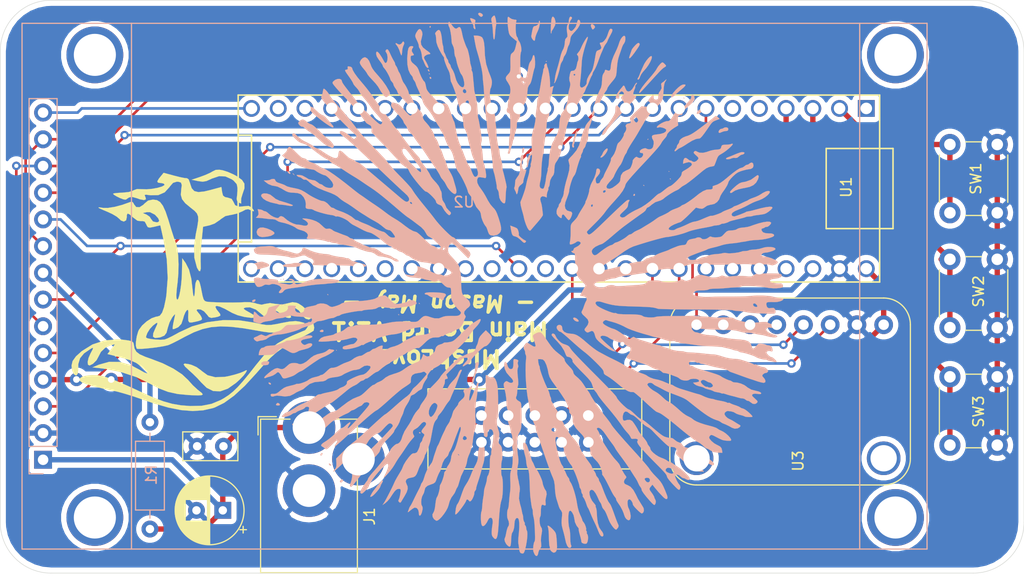
<source format=kicad_pcb>
(kicad_pcb (version 20171130) (host pcbnew "(5.1.6)-1")
  (layers (0 F.Cu signal) (31 B.Cu signal) (34 B.Paste user) (35 F.Paste user) (36 B.SilkS user) (37 F.SilkS user) (38 B.Mask user) (39 F.Mask user) (44 Edge.Cuts user))
  (net 0 "")
  (net 1 GND)
  (net 2 +5V)
  (net 3 "Net-(J1-Pad3)")
  (net 4 "Net-(J2-Pad9)")
  (net 5 SCL)
  (net 6 SDA)
  (net 7 "Net-(U1-Pad17)")
  (net 8 "Net-(U1-Pad18)")
  (net 9 "Net-(U1-Pad19)")
  (net 10 "Net-(U1-Pad16)")
  (net 11 "Net-(U1-Pad15)")
  (net 12 "Net-(U1-Pad22)")
  (net 13 "Net-(U1-Pad23)")
  (net 14 "Net-(U1-Pad25)")
  (net 15 "Net-(U1-Pad26)")
  (net 16 "Net-(U1-Pad27)")
  (net 17 "Net-(U1-Pad30)")
  (net 18 "Net-(U1-Pad31)")
  (net 19 "Net-(U1-Pad32)")
  (net 20 "Net-(U1-Pad33)")
  (net 21 "Net-(U1-Pad34)")
  (net 22 "Net-(U1-Pad9)")
  (net 23 "Net-(U1-Pad8)")
  (net 24 D5)
  (net 25 "Net-(U1-Pad5)")
  (net 26 "Net-(U1-Pad1)")
  (net 27 "Net-(U1-Pad36)")
  (net 28 "Net-(U1-Pad38)")
  (net 29 "Net-(U1-Pad39)")
  (net 30 "Net-(U1-Pad42)")
  (net 31 "Net-(U1-Pad44)")
  (net 32 "Net-(U1-Pad45)")
  (net 33 "Net-(U3-Pad5)")
  (net 34 "Net-(U3-Pad6)")
  (net 35 "Net-(U3-Pad7)")
  (net 36 "Net-(SW1-Pad2)")
  (net 37 "Net-(SW2-Pad2)")
  (net 38 "Net-(SW3-Pad2)")
  (net 39 "Net-(U1-Pad6)")
  (net 40 A1)
  (net 41 "Net-(U1-Pad43)")
  (net 42 D12)
  (net 43 "Net-(U1-Pad28)")
  (net 44 "Net-(U1-Pad29)")
  (net 45 D11)
  (net 46 D10)
  (net 47 D9)
  (net 48 D8)
  (net 49 D13)
  (net 50 3.3V)
  (net 51 "Net-(U1-Pad20)")
  (net 52 "Net-(U1-Pad21)")
  (net 53 "Net-(R1-Pad2)")
  (net 54 D32)
  (module MainMush:sporePrint320Thick (layer B.Cu) (at 134.747 106.553 45)
    (fp_text reference G*** hide)
    (fp_text value LOGO hide)
  )
  (module Resistor_THT:R_Axial_DIN0207_L6.3mm_D2.5mm_P10.16mm_Horizontal (layer B.Cu) (at 100.584 130.175 90)
    (fp_text reference R1 (at 5.1435 0.127 270) (layer B.SilkS) (effects (justify mirror)))
    (fp_text value 100ohm)
    (pad 2 thru_hole oval (at 10.16 0 90) (size 1.6 1.6) (drill 0.8) (layers *.Cu *.Mask) (net 53 "Net-(R1-Pad2)"))
    (pad 1 thru_hole circle (at 0 0 90) (size 1.6 1.6) (drill 0.8) (layers *.Cu *.Mask) (net 2 +5V))
  )
  (module MainMush:amanita175 (layer F.Cu) (at 103.5685 107.6325 192.5)
    (fp_text reference G*** hide)
    (fp_text value LOGO hide)
  )
  (module teensy:Teensy41 (layer F.Cu) (at 139.446 97.79 180)
    (fp_text reference U1 (at -27.305 0.127 270) (layer F.SilkS))
    (fp_text value Teensy4.1)
    (pad 17 thru_hole circle (at 11.43 7.62 180) (size 1.6 1.6) (drill 1.1) (layers *.Cu *.Mask) (net 7 "Net-(U1-Pad17)"))
    (pad 18 thru_hole circle (at 13.97 7.62 180) (size 1.6 1.6) (drill 1.1) (layers *.Cu *.Mask) (net 8 "Net-(U1-Pad18)"))
    (pad 19 thru_hole circle (at 16.51 7.62 180) (size 1.6 1.6) (drill 1.1) (layers *.Cu *.Mask) (net 9 "Net-(U1-Pad19)"))
    (pad 20 thru_hole circle (at 19.05 7.62 180) (size 1.6 1.6) (drill 1.1) (layers *.Cu *.Mask) (net 51 "Net-(U1-Pad20)"))
    (pad 16 thru_hole circle (at 8.89 7.62 180) (size 1.6 1.6) (drill 1.1) (layers *.Cu *.Mask) (net 10 "Net-(U1-Pad16)"))
    (pad 15 thru_hole circle (at 6.35 7.62 180) (size 1.6 1.6) (drill 1.1) (layers *.Cu *.Mask) (net 11 "Net-(U1-Pad15)"))
    (pad 14 thru_hole circle (at 3.81 7.62 180) (size 1.6 1.6) (drill 1.1) (layers *.Cu *.Mask) (net 42 D12))
    (pad 21 thru_hole circle (at 21.59 7.62 180) (size 1.6 1.6) (drill 1.1) (layers *.Cu *.Mask) (net 52 "Net-(U1-Pad21)"))
    (pad 22 thru_hole circle (at 24.13 7.62 180) (size 1.6 1.6) (drill 1.1) (layers *.Cu *.Mask) (net 12 "Net-(U1-Pad22)"))
    (pad 23 thru_hole circle (at 26.67 7.62 180) (size 1.6 1.6) (drill 1.1) (layers *.Cu *.Mask) (net 13 "Net-(U1-Pad23)"))
    (pad 24 thru_hole circle (at 29.21 7.62 180) (size 1.6 1.6) (drill 1.1) (layers *.Cu *.Mask) (net 54 D32))
    (pad 25 thru_hole circle (at 29.21 -7.62 180) (size 1.6 1.6) (drill 1.1) (layers *.Cu *.Mask) (net 14 "Net-(U1-Pad25)"))
    (pad 26 thru_hole circle (at 26.67 -7.62 180) (size 1.6 1.6) (drill 1.1) (layers *.Cu *.Mask) (net 15 "Net-(U1-Pad26)"))
    (pad 27 thru_hole circle (at 24.13 -7.62 180) (size 1.6 1.6) (drill 1.1) (layers *.Cu *.Mask) (net 16 "Net-(U1-Pad27)"))
    (pad 28 thru_hole circle (at 21.59 -7.62 180) (size 1.6 1.6) (drill 1.1) (layers *.Cu *.Mask) (net 43 "Net-(U1-Pad28)"))
    (pad 29 thru_hole circle (at 19.05 -7.62 180) (size 1.6 1.6) (drill 1.1) (layers *.Cu *.Mask) (net 44 "Net-(U1-Pad29)"))
    (pad 30 thru_hole circle (at 16.51 -7.62 180) (size 1.6 1.6) (drill 1.1) (layers *.Cu *.Mask) (net 17 "Net-(U1-Pad30)"))
    (pad 31 thru_hole circle (at 13.97 -7.62 180) (size 1.6 1.6) (drill 1.1) (layers *.Cu *.Mask) (net 18 "Net-(U1-Pad31)"))
    (pad 32 thru_hole circle (at 11.43 -7.62 180) (size 1.6 1.6) (drill 1.1) (layers *.Cu *.Mask) (net 19 "Net-(U1-Pad32)"))
    (pad 33 thru_hole circle (at 8.89 -7.62 180) (size 1.6 1.6) (drill 1.1) (layers *.Cu *.Mask) (net 20 "Net-(U1-Pad33)"))
    (pad 34 thru_hole circle (at 6.35 -7.62 180) (size 1.6 1.6) (drill 1.1) (layers *.Cu *.Mask) (net 21 "Net-(U1-Pad34)"))
    (pad 13 thru_hole circle (at 1.27 7.62 180) (size 1.6 1.6) (drill 1.1) (layers *.Cu *.Mask) (net 45 D11))
    (pad 12 thru_hole circle (at -1.27 7.62 180) (size 1.6 1.6) (drill 1.1) (layers *.Cu *.Mask) (net 46 D10))
    (pad 11 thru_hole circle (at -3.81 7.62 180) (size 1.6 1.6) (drill 1.1) (layers *.Cu *.Mask) (net 47 D9))
    (pad 10 thru_hole circle (at -6.35 7.62 180) (size 1.6 1.6) (drill 1.1) (layers *.Cu *.Mask) (net 48 D8))
    (pad 9 thru_hole circle (at -8.89 7.62 180) (size 1.6 1.6) (drill 1.1) (layers *.Cu *.Mask) (net 22 "Net-(U1-Pad9)"))
    (pad 8 thru_hole circle (at -11.43 7.62 180) (size 1.6 1.6) (drill 1.1) (layers *.Cu *.Mask) (net 23 "Net-(U1-Pad8)"))
    (pad 7 thru_hole circle (at -13.97 7.62 180) (size 1.6 1.6) (drill 1.1) (layers *.Cu *.Mask) (net 24 D5))
    (pad 6 thru_hole circle (at -16.51 7.62 180) (size 1.6 1.6) (drill 1.1) (layers *.Cu *.Mask) (net 39 "Net-(U1-Pad6)"))
    (pad 5 thru_hole circle (at -19.05 7.62 180) (size 1.6 1.6) (drill 1.1) (layers *.Cu *.Mask) (net 25 "Net-(U1-Pad5)"))
    (pad 4 thru_hole circle (at -21.59 7.62 180) (size 1.6 1.6) (drill 1.1) (layers *.Cu *.Mask) (net 38 "Net-(SW3-Pad2)"))
    (pad 3 thru_hole circle (at -24.13 7.62 180) (size 1.6 1.6) (drill 1.1) (layers *.Cu *.Mask) (net 37 "Net-(SW2-Pad2)"))
    (pad 2 thru_hole circle (at -26.67 7.62 180) (size 1.6 1.6) (drill 1.1) (layers *.Cu *.Mask) (net 36 "Net-(SW1-Pad2)"))
    (pad 1 thru_hole rect (at -29.21 7.62 180) (size 1.6 1.6) (drill 1.1) (layers *.Cu *.Mask) (net 26 "Net-(U1-Pad1)"))
    (pad 35 thru_hole circle (at 3.81 -7.62 180) (size 1.6 1.6) (drill 1.1) (layers *.Cu *.Mask) (net 49 D13))
    (pad 36 thru_hole circle (at 1.27 -7.62 180) (size 1.6 1.6) (drill 1.1) (layers *.Cu *.Mask) (net 27 "Net-(U1-Pad36)"))
    (pad 37 thru_hole circle (at -1.27 -7.62 180) (size 1.6 1.6) (drill 1.1) (layers *.Cu *.Mask) (net 40 A1))
    (pad 38 thru_hole circle (at -3.81 -7.62 180) (size 1.6 1.6) (drill 1.1) (layers *.Cu *.Mask) (net 28 "Net-(U1-Pad38)"))
    (pad 39 thru_hole circle (at -6.35 -7.62 180) (size 1.6 1.6) (drill 1.1) (layers *.Cu *.Mask) (net 29 "Net-(U1-Pad39)"))
    (pad 40 thru_hole circle (at -8.89 -7.62 180) (size 1.6 1.6) (drill 1.1) (layers *.Cu *.Mask) (net 6 SDA))
    (pad 41 thru_hole circle (at -11.43 -7.62 180) (size 1.6 1.6) (drill 1.1) (layers *.Cu *.Mask) (net 5 SCL))
    (pad 42 thru_hole circle (at -13.97 -7.62 180) (size 1.6 1.6) (drill 1.1) (layers *.Cu *.Mask) (net 30 "Net-(U1-Pad42)"))
    (pad 43 thru_hole circle (at -16.51 -7.62 180) (size 1.6 1.6) (drill 1.1) (layers *.Cu *.Mask) (net 41 "Net-(U1-Pad43)"))
    (pad 44 thru_hole circle (at -19.05 -7.62 180) (size 1.6 1.6) (drill 1.1) (layers *.Cu *.Mask) (net 31 "Net-(U1-Pad44)"))
    (pad 45 thru_hole circle (at -21.59 -7.62 180) (size 1.6 1.6) (drill 1.1) (layers *.Cu *.Mask) (net 32 "Net-(U1-Pad45)"))
    (pad 46 thru_hole circle (at -24.13 -7.62 180) (size 1.6 1.6) (drill 1.1) (layers *.Cu *.Mask) (net 50 3.3V))
    (pad 47 thru_hole circle (at -26.67 -7.62 180) (size 1.6 1.6) (drill 1.1) (layers *.Cu *.Mask) (net 1 GND))
    (pad 48 thru_hole circle (at -29.21 -7.62 180) (size 1.6 1.6) (drill 1.1) (layers *.Cu *.Mask) (net 2 +5V))
  )
  (module "MainMush:320x240 TFT Touchscreen" (layer B.Cu) (at 130.429 108.077 180)
    (fp_text reference U2 (at 0 9 180) (layer B.SilkS) (effects (justify mirror)))
    (fp_text value 320x240_TFT_Touchscreen)
    (pad 13 thru_hole oval (at 40 14.97) (size 1.7 1.7) (drill 1) (layers *.Cu *.Mask) (net 42 D12))
    (pad 5 thru_hole oval (at 40 -5.35) (size 1.7 1.7) (drill 1) (layers *.Cu *.Mask) (net 47 D9))
    (pad 14 thru_hole oval (at 40 17.51) (size 1.7 1.7) (drill 1) (layers *.Cu *.Mask) (net 54 D32))
    (pad 6 thru_hole oval (at 40 -2.81) (size 1.7 1.7) (drill 1) (layers *.Cu *.Mask) (net 45 D11))
    (pad 10 thru_hole oval (at 40 7.35) (size 1.7 1.7) (drill 1) (layers *.Cu *.Mask) (net 49 D13))
    (pad 8 thru_hole oval (at 40 2.27) (size 1.7 1.7) (drill 1) (layers *.Cu *.Mask) (net 53 "Net-(R1-Pad2)"))
    (pad 9 thru_hole oval (at 40 4.81) (size 1.7 1.7) (drill 1) (layers *.Cu *.Mask) (net 42 D12))
    (pad 11 thru_hole oval (at 40 9.89) (size 1.7 1.7) (drill 1) (layers *.Cu *.Mask) (net 48 D8))
    (pad 12 thru_hole oval (at 40 12.43) (size 1.7 1.7) (drill 1) (layers *.Cu *.Mask) (net 45 D11))
    (pad 4 thru_hole oval (at 40 -7.89) (size 1.7 1.7) (drill 1) (layers *.Cu *.Mask) (net 50 3.3V))
    (pad 7 thru_hole oval (at 40 -0.27) (size 1.7 1.7) (drill 1) (layers *.Cu *.Mask) (net 49 D13))
    (pad 1 thru_hole rect (at 40 -15.51) (size 1.7 1.7) (drill 1) (layers *.Cu *.Mask) (net 2 +5V))
    (pad 3 thru_hole oval (at 40 -10.43) (size 1.7 1.7) (drill 1) (layers *.Cu *.Mask) (net 46 D10))
    (pad 2 thru_hole oval (at 40 -12.97) (size 1.7 1.7) (drill 1) (layers *.Cu *.Mask) (net 1 GND))
    (pad 18 thru_hole circle (at -41 -21 180) (size 5.4 5.4) (drill 4) (layers *.Cu *.Mask))
    (pad 17 thru_hole circle (at -41 23 180) (size 5.4 5.4) (drill 4) (layers *.Cu *.Mask))
    (pad 16 thru_hole circle (at 35.08 23 180) (size 5.4 5.4) (drill 4) (layers *.Cu *.Mask))
    (pad 15 thru_hole circle (at 35.08 -21 180) (size 5.4 5.4) (drill 4) (layers *.Cu *.Mask))
  )
  (module MainMush:BarrelJack_dummyBIGholes (layer F.Cu) (at 115.697 120.523)
    (fp_text reference J1 (at 5.75 8.45 90) (layer F.SilkS))
    (fp_text value "POWER JACK 2.1x5.5mm")
    (pad 1 thru_hole circle (at 0 0) (size 5 5) (drill 3.1) (layers *.Cu *.Mask) (net 2 +5V))
    (pad 2 thru_hole circle (at 0 6) (size 5 5) (drill 3.1) (layers *.Cu *.Mask) (net 1 GND))
    (pad 3 thru_hole circle (at 4.7 3) (size 5 5) (drill 3.1) (layers *.Cu *.Mask) (net 3 "Net-(J1-Pad3)"))
  )
  (module Capacitor_THT:C_Disc_D5.0mm_W2.5mm_P2.50mm (layer F.Cu) (at 107.569 122.301 180)
    (fp_text reference C1 hide)
    (fp_text value .1uf)
    (pad 1 thru_hole circle (at 0 0 180) (size 1.6 1.6) (drill 0.8) (layers *.Cu *.Mask) (net 2 +5V))
    (pad 2 thru_hole circle (at 2.5 0 180) (size 1.6 1.6) (drill 0.8) (layers *.Cu *.Mask) (net 1 GND))
  )
  (module Capacitor_THT:CP_Radial_D6.3mm_P2.50mm (layer F.Cu) (at 107.5055 128.397 180)
    (fp_text reference C2 hide)
    (fp_text value 100uf)
    (pad 1 thru_hole rect (at 0 0 180) (size 1.6 1.6) (drill 0.8) (layers *.Cu *.Mask) (net 2 +5V))
    (pad 2 thru_hole circle (at 2.5 0 180) (size 1.6 1.6) (drill 0.8) (layers *.Cu *.Mask) (net 1 GND))
  )
  (module Button_Switch_THT:SW_PUSH_6mm_H7.3mm (layer F.Cu) (at 181.102 115.697 270)
    (fp_text reference SW3 (at 3.302 1.778 90) (layer F.SilkS))
    (fp_text value SW_Push)
    (pad 1 thru_hole circle (at 6.5 0) (size 2 2) (drill 1.1) (layers *.Cu *.Mask) (net 1 GND))
    (pad 2 thru_hole circle (at 6.5 4.5) (size 2 2) (drill 1.1) (layers *.Cu *.Mask) (net 38 "Net-(SW3-Pad2)"))
    (pad 1 thru_hole circle (at 0 0) (size 2 2) (drill 1.1) (layers *.Cu *.Mask) (net 1 GND))
    (pad 2 thru_hole circle (at 0 4.5) (size 2 2) (drill 1.1) (layers *.Cu *.Mask) (net 38 "Net-(SW3-Pad2)"))
  )
  (module Button_Switch_THT:SW_PUSH_6mm_H7.3mm (layer F.Cu) (at 181.102 104.521 270)
    (fp_text reference SW2 (at 3.048 1.778 90) (layer F.SilkS))
    (fp_text value SW_Push)
    (pad 1 thru_hole circle (at 6.5 0) (size 2 2) (drill 1.1) (layers *.Cu *.Mask) (net 1 GND))
    (pad 2 thru_hole circle (at 6.5 4.5) (size 2 2) (drill 1.1) (layers *.Cu *.Mask) (net 37 "Net-(SW2-Pad2)"))
    (pad 1 thru_hole circle (at 0 0) (size 2 2) (drill 1.1) (layers *.Cu *.Mask) (net 1 GND))
    (pad 2 thru_hole circle (at 0 4.5) (size 2 2) (drill 1.1) (layers *.Cu *.Mask) (net 37 "Net-(SW2-Pad2)"))
  )
  (module Button_Switch_THT:SW_PUSH_6mm_H7.3mm (layer F.Cu) (at 181.102 93.599 270)
    (fp_text reference SW1 (at 3.25 2.032 90) (layer F.SilkS))
    (fp_text value SW_Push)
    (pad 1 thru_hole circle (at 6.5 0) (size 2 2) (drill 1.1) (layers *.Cu *.Mask) (net 1 GND))
    (pad 2 thru_hole circle (at 6.5 4.5) (size 2 2) (drill 1.1) (layers *.Cu *.Mask) (net 36 "Net-(SW1-Pad2)"))
    (pad 1 thru_hole circle (at 0 0) (size 2 2) (drill 1.1) (layers *.Cu *.Mask) (net 1 GND))
    (pad 2 thru_hole circle (at 0 4.5) (size 2 2) (drill 1.1) (layers *.Cu *.Mask) (net 36 "Net-(SW1-Pad2)"))
  )
  (module MainMush:ds3231 (layer F.Cu) (at 166.497 112.776 180)
    (fp_text reference U3 (at 4.318 -10.922 90) (layer F.SilkS))
    (fp_text value DS3231_RTC)
    (pad 8 thru_hole circle (at 13.97 2.032 180) (size 1.778 1.778) (drill 0.999998) (layers *.Cu *.Mask) (net 24 D5))
    (pad 7 thru_hole circle (at 11.43 2.032 180) (size 1.778 1.778) (drill 0.999998) (layers *.Cu *.Mask) (net 35 "Net-(U3-Pad7)"))
    (pad 6 thru_hole circle (at 8.89 2.032 180) (size 1.778 1.778) (drill 0.999998) (layers *.Cu *.Mask) (net 34 "Net-(U3-Pad6)"))
    (pad 5 thru_hole circle (at 6.35 2.032 180) (size 1.778 1.778) (drill 0.999998) (layers *.Cu *.Mask) (net 33 "Net-(U3-Pad5)"))
    (pad 4 thru_hole circle (at 3.81 2.032 180) (size 1.778 1.778) (drill 0.999998) (layers *.Cu *.Mask) (net 6 SDA))
    (pad 3 thru_hole circle (at 1.27 2.032 180) (size 1.778 1.778) (drill 0.999998) (layers *.Cu *.Mask) (net 5 SCL))
    (pad 2 thru_hole circle (at -1.27 2.032 180) (size 1.778 1.778) (drill 0.999998) (layers *.Cu *.Mask) (net 1 GND))
    (pad 1 thru_hole circle (at -3.81 2.032 180) (size 1.778 1.778) (drill 0.999998) (layers *.Cu *.Mask) (net 2 +5V))
    (pad 9 thru_hole circle (at -3.81 -10.668 180) (size 3.2 3.2) (drill 2.5) (layers *.Cu *.Mask))
    (pad 10 thru_hole circle (at 13.97 -10.668 180) (size 3.2 3.2) (drill 2.5) (layers *.Cu *.Mask))
  )
  (module MainMush:10pin_ribboncable_connector (layer F.Cu) (at 135.89 118.11)
    (fp_text reference J2 hide)
    (fp_text value Conn_02x05_Odd_Even)
    (pad 3 thru_hole circle (at -1.27 1.27) (size 1.778 1.778) (drill 1.016) (layers *.Cu *.Mask) (net 40 A1))
    (pad 1 thru_hole circle (at -3.81 1.27) (size 1.778 1.778) (drill 1.016) (layers *.Cu *.Mask) (net 2 +5V))
    (pad 5 thru_hole circle (at 1.27 1.27) (size 1.778 1.778) (drill 1.016) (layers *.Cu *.Mask) (net 6 SDA))
    (pad 7 thru_hole circle (at 3.81 1.27) (size 1.778 1.778) (drill 1.016) (layers *.Cu *.Mask) (net 5 SCL))
    (pad 9 thru_hole circle (at 6.35 1.27) (size 1.778 1.778) (drill 1.016) (layers *.Cu *.Mask) (net 4 "Net-(J2-Pad9)"))
    (pad 10 thru_hole circle (at 6.35 3.81) (size 1.778 1.778) (drill 1.016) (layers *.Cu *.Mask) (net 1 GND))
    (pad 4 thru_hole circle (at -1.27 3.81) (size 1.778 1.778) (drill 1.016) (layers *.Cu *.Mask) (net 1 GND))
    (pad 2 thru_hole circle (at -3.81 3.81) (size 1.778 1.778) (drill 1.016) (layers *.Cu *.Mask) (net 1 GND))
    (pad 6 thru_hole circle (at 1.27 3.81) (size 1.778 1.778) (drill 1.016) (layers *.Cu *.Mask) (net 1 GND))
    (pad 8 thru_hole circle (at 3.81 3.81) (size 1.778 1.778) (drill 1.016) (layers *.Cu *.Mask) (net 1 GND))
  )
  (gr_line (start 91.186 134.366) (end 178.816 134.366) (layer Edge.Cuts) (width 0.05))
  (gr_line (start 91.186 79.883) (end 178.816 79.883) (layer Edge.Cuts) (width 0.05))
  (gr_text " - Mason May - " (at 128.0795 108.712 180) (layer F.SilkS) (effects (font (size 1.5 1.5) (thickness 0.33) italic)))
  (gr_text "MushLove\nMain Board V1.1" (at 128.0795 112.649 180) (layer F.SilkS) (effects (font (size 1.65 1.65) (thickness 0.36))))
  (gr_line (start 86.36 129.54) (end 86.36 84.709) (layer Edge.Cuts) (width 0.05))
  (gr_line (start 183.642 84.709) (end 183.642 129.54) (layer Edge.Cuts) (width 0.05))
  (gr_arc (start 178.816 129.54) (end 178.816 134.366) (angle -90) (layer Edge.Cuts) (width 0.05))
  (gr_arc (start 91.186 129.54) (end 86.36 129.54) (angle -90) (layer Edge.Cuts) (width 0.05))
  (gr_arc (start 91.186 84.709) (end 91.186 79.883) (angle -90) (layer Edge.Cuts) (width 0.05))
  (gr_arc (start 178.816 84.709) (end 183.642 84.709) (angle -90) (layer Edge.Cuts) (width 0.05))
  (segment (start 181.102 122.197) (end 181.102 115.697) (width 0.508) (layer F.Cu) (net 1))
  (segment (start 181.102 111.021) (end 181.102 104.521) (width 0.508) (layer F.Cu) (net 1))
  (segment (start 181.102 93.599) (end 181.102 100.099) (width 0.508) (layer F.Cu) (net 1))
  (segment (start 181.102 104.521) (end 181.102 100.099) (width 0.508) (layer F.Cu) (net 1))
  (segment (start 181.102 115.697) (end 181.102 111.021) (width 0.508) (layer F.Cu) (net 1))
  (segment (start 170.307 107.061) (end 170.307 110.744) (width 0.508) (layer F.Cu) (net 2))
  (segment (start 170.307 110.744) (end 161.9885 119.0625) (width 0.508) (layer F.Cu) (net 2))
  (segment (start 168.656 105.41) (end 170.307 107.061) (width 0.508) (layer F.Cu) (net 2))
  (segment (start 132.08 119.38) (end 130.302 121.158) (width 0.508) (layer F.Cu) (net 2))
  (segment (start 130.302 121.158) (end 130.302 122.936) (width 0.508) (layer F.Cu) (net 2))
  (segment (start 130.302 122.936) (end 131.064 123.698) (width 0.508) (layer F.Cu) (net 2))
  (segment (start 131.064 123.698) (end 143.764 123.698) (width 0.508) (layer F.Cu) (net 2))
  (segment (start 143.764 123.698) (end 147.32 120.142) (width 0.508) (layer F.Cu) (net 2))
  (segment (start 160.909 120.142) (end 161.9885 119.0625) (width 0.508) (layer F.Cu) (net 2))
  (segment (start 147.32 120.142) (end 160.909 120.142) (width 0.508) (layer F.Cu) (net 2))
  (segment (start 90.445 123.571) (end 90.429 123.587) (width 0.508) (layer F.Cu) (net 2))
  (segment (start 113.538 120.523) (end 114.681 119.38) (width 0.508) (layer F.Cu) (net 2))
  (segment (start 116.84 119.38) (end 132.08 119.38) (width 0.508) (layer F.Cu) (net 2))
  (segment (start 115.697 120.523) (end 116.84 119.38) (width 0.508) (layer F.Cu) (net 2))
  (segment (start 107.569 122.301) (end 109.347 120.523) (width 0.508) (layer F.Cu) (net 2))
  (segment (start 107.5055 122.3645) (end 107.569 122.301) (width 0.508) (layer F.Cu) (net 2))
  (segment (start 107.5055 128.397) (end 107.5055 122.3645) (width 0.508) (layer F.Cu) (net 2))
  (segment (start 107.5055 128.397) (end 107.5055 128.3335) (width 0.508) (layer B.Cu) (net 2))
  (segment (start 115.697 120.523) (end 109.347 120.523) (width 0.508) (layer F.Cu) (net 2))
  (segment (start 102.6955 123.587) (end 107.5055 128.397) (width 0.508) (layer B.Cu) (net 2))
  (segment (start 90.429 123.587) (end 102.6955 123.587) (width 0.508) (layer B.Cu) (net 2))
  (segment (start 105.7275 130.175) (end 107.5055 128.397) (width 0.508) (layer F.Cu) (net 2))
  (segment (start 100.584 130.175) (end 105.7275 130.175) (width 0.508) (layer F.Cu) (net 2))
  (segment (start 150.876 105.41) (end 150.876 108.204) (width 0.25) (layer F.Cu) (net 5))
  (segment (start 139.7 119.38) (end 141.351 117.729) (width 0.25) (layer F.Cu) (net 5))
  (segment (start 141.351 117.729) (end 143.256 117.729) (width 0.25) (layer F.Cu) (net 5))
  (segment (start 150.876 110.109) (end 150.876 108.204) (width 0.25) (layer F.Cu) (net 5))
  (via (at 161.544 114.427) (size 0.8) (drill 0.4) (layers F.Cu B.Cu) (net 5))
  (segment (start 165.227 110.744) (end 161.544 114.427) (width 0.25) (layer F.Cu) (net 5))
  (segment (start 161.544 114.427) (end 146.558 114.427) (width 0.25) (layer B.Cu) (net 5))
  (segment (start 143.256 117.729) (end 146.558 114.427) (width 0.25) (layer F.Cu) (net 5))
  (via (at 146.558 114.427) (size 0.8) (drill 0.4) (layers F.Cu B.Cu) (net 5))
  (segment (start 146.558 114.427) (end 150.876 110.109) (width 0.25) (layer F.Cu) (net 5))
  (segment (start 137.16 119.38) (end 138.938 117.602) (width 0.25) (layer F.Cu) (net 6))
  (segment (start 138.938 117.602) (end 140.589 117.602) (width 0.25) (layer F.Cu) (net 6))
  (segment (start 140.589 117.602) (end 145.415 112.776) (width 0.25) (layer F.Cu) (net 6))
  (segment (start 145.415 112.776) (end 148.336 109.855) (width 0.25) (layer F.Cu) (net 6))
  (segment (start 148.336 105.41) (end 148.336 109.855) (width 0.25) (layer F.Cu) (net 6))
  (via (at 160.782 112.649) (size 0.8) (drill 0.4) (layers F.Cu B.Cu) (net 6))
  (segment (start 162.687 110.744) (end 160.782 112.649) (width 0.25) (layer F.Cu) (net 6))
  (via (at 145.473847 112.580847) (size 0.8) (drill 0.4) (layers F.Cu B.Cu) (net 6))
  (segment (start 160.782 112.649) (end 145.542 112.649) (width 0.25) (layer B.Cu) (net 6))
  (segment (start 145.542 112.649) (end 145.473847 112.580847) (width 0.25) (layer B.Cu) (net 6))
  (segment (start 152.146 106.299) (end 152.146 98.044) (width 0.25) (layer F.Cu) (net 24))
  (segment (start 152.527 110.744) (end 152.527 106.68) (width 0.25) (layer F.Cu) (net 24))
  (segment (start 152.527 106.68) (end 152.146 106.299) (width 0.25) (layer F.Cu) (net 24))
  (segment (start 153.416 96.774) (end 152.146 98.044) (width 0.25) (layer F.Cu) (net 24))
  (segment (start 153.416 90.17) (end 153.416 96.774) (width 0.25) (layer F.Cu) (net 24))
  (segment (start 176.602 93.599) (end 176.602 100.099) (width 0.508) (layer F.Cu) (net 36))
  (segment (start 166.116 90.17) (end 169.545 93.599) (width 0.508) (layer F.Cu) (net 36))
  (segment (start 176.602 93.599) (end 169.545 93.599) (width 0.508) (layer F.Cu) (net 36))
  (segment (start 176.602 104.521) (end 176.602 111.021) (width 0.508) (layer F.Cu) (net 37))
  (segment (start 175.768 104.521) (end 176.602 104.521) (width 0.508) (layer F.Cu) (net 37))
  (segment (start 163.576 91.495) (end 176.602 104.521) (width 0.508) (layer F.Cu) (net 37))
  (segment (start 163.576 90.17) (end 163.576 91.495) (width 0.508) (layer F.Cu) (net 37))
  (segment (start 176.602 115.697) (end 176.602 122.197) (width 0.508) (layer F.Cu) (net 38))
  (segment (start 173.101 112.196) (end 176.602 115.697) (width 0.508) (layer F.Cu) (net 38))
  (segment (start 161.036 90.17) (end 161.036 92.329) (width 0.508) (layer F.Cu) (net 38))
  (segment (start 173.101 104.394) (end 173.101 112.196) (width 0.508) (layer F.Cu) (net 38))
  (segment (start 161.036 92.329) (end 173.101 104.394) (width 0.508) (layer F.Cu) (net 38))
  (segment (start 134.62 119.38) (end 140.716 113.284) (width 0.25) (layer F.Cu) (net 40))
  (segment (start 140.716 113.284) (end 140.716 105.41) (width 0.25) (layer F.Cu) (net 40))
  (segment (start 90.429 93.107) (end 88.773 94.763) (width 0.25) (layer F.Cu) (net 42))
  (segment (start 88.773 101.611) (end 90.429 103.267) (width 0.25) (layer F.Cu) (net 42))
  (segment (start 88.773 94.763) (end 88.773 101.611) (width 0.25) (layer F.Cu) (net 42))
  (via (at 135.636 87.122) (size 0.8) (drill 0.4) (layers F.Cu B.Cu) (net 42))
  (segment (start 135.636 90.17) (end 135.636 87.122) (width 0.25) (layer B.Cu) (net 42))
  (segment (start 95.361 93.107) (end 101.346 87.122) (width 0.25) (layer F.Cu) (net 42))
  (segment (start 90.429 93.107) (end 95.361 93.107) (width 0.25) (layer F.Cu) (net 42))
  (segment (start 101.346 87.122) (end 135.636 87.122) (width 0.25) (layer F.Cu) (net 42))
  (segment (start 90.429 95.647) (end 87.9 95.647) (width 0.25) (layer B.Cu) (net 45))
  (via (at 87.884 95.631) (size 0.8) (drill 0.4) (layers F.Cu B.Cu) (net 45))
  (segment (start 87.9 95.647) (end 87.884 95.631) (width 0.25) (layer B.Cu) (net 45))
  (segment (start 87.884 108.342) (end 90.429 110.887) (width 0.25) (layer F.Cu) (net 45))
  (segment (start 87.884 95.631) (end 87.884 108.342) (width 0.25) (layer F.Cu) (net 45))
  (segment (start 137.287 88.011) (end 138.176 88.9) (width 0.25) (layer F.Cu) (net 45))
  (segment (start 101.727 88.011) (end 137.287 88.011) (width 0.25) (layer F.Cu) (net 45))
  (segment (start 90.429 95.647) (end 94.091 95.647) (width 0.25) (layer F.Cu) (net 45))
  (segment (start 138.176 88.9) (end 138.176 90.17) (width 0.25) (layer F.Cu) (net 45))
  (segment (start 94.091 95.647) (end 101.727 88.011) (width 0.25) (layer F.Cu) (net 45))
  (via (at 135.636 95.25) (size 0.8) (drill 0.4) (layers F.Cu B.Cu) (net 46))
  (segment (start 140.716 90.17) (end 135.636 95.25) (width 0.25) (layer F.Cu) (net 46))
  (via (at 113.665 95.25) (size 0.8) (drill 0.4) (layers F.Cu B.Cu) (net 46))
  (segment (start 135.636 95.25) (end 113.665 95.25) (width 0.25) (layer B.Cu) (net 46))
  (segment (start 90.429 118.486) (end 90.429 118.507) (width 0.25) (layer F.Cu) (net 46))
  (segment (start 90.429 118.507) (end 92.821 118.507) (width 0.25) (layer F.Cu) (net 46))
  (segment (start 113.665 97.663) (end 113.665 95.25) (width 0.25) (layer F.Cu) (net 46))
  (segment (start 92.821 118.507) (end 113.665 97.663) (width 0.25) (layer F.Cu) (net 46))
  (via (at 112.014 93.853) (size 0.8) (drill 0.4) (layers F.Cu B.Cu) (net 47))
  (segment (start 90.429 113.427) (end 92.44 113.427) (width 0.25) (layer F.Cu) (net 47))
  (segment (start 92.44 113.427) (end 112.014 93.853) (width 0.25) (layer F.Cu) (net 47))
  (via (at 139.573 93.853) (size 0.8) (drill 0.4) (layers F.Cu B.Cu) (net 47))
  (segment (start 112.014 93.853) (end 139.573 93.853) (width 0.25) (layer B.Cu) (net 47))
  (segment (start 139.573 93.853) (end 143.256 90.17) (width 0.25) (layer F.Cu) (net 47))
  (segment (start 90.429 98.187) (end 92.821 98.187) (width 0.25) (layer F.Cu) (net 48))
  (via (at 98.171 92.71) (size 0.8) (drill 0.4) (layers F.Cu B.Cu) (net 48))
  (segment (start 92.821 98.187) (end 98.171 92.837) (width 0.25) (layer F.Cu) (net 48))
  (segment (start 98.171 92.837) (end 98.171 92.71) (width 0.25) (layer F.Cu) (net 48))
  (segment (start 143.256 92.71) (end 145.796 90.17) (width 0.25) (layer B.Cu) (net 48))
  (segment (start 98.171 92.71) (end 143.256 92.71) (width 0.25) (layer B.Cu) (net 48))
  (segment (start 135.636 105.41) (end 133.477 103.251) (width 0.25) (layer F.Cu) (net 49))
  (via (at 133.477 103.251) (size 0.8) (drill 0.4) (layers F.Cu B.Cu) (net 49))
  (segment (start 92.091 100.727) (end 90.429 100.727) (width 0.25) (layer B.Cu) (net 49))
  (segment (start 94.615 103.251) (end 92.091 100.727) (width 0.25) (layer B.Cu) (net 49))
  (via (at 97.79 103.251) (size 0.8) (drill 0.4) (layers F.Cu B.Cu) (net 49))
  (segment (start 133.477 103.251) (end 97.79 103.251) (width 0.25) (layer B.Cu) (net 49))
  (segment (start 97.79 103.251) (end 94.615 103.251) (width 0.25) (layer B.Cu) (net 49))
  (segment (start 92.694 108.347) (end 97.79 103.251) (width 0.25) (layer F.Cu) (net 49))
  (segment (start 90.429 108.347) (end 92.694 108.347) (width 0.25) (layer F.Cu) (net 49))
  (segment (start 131.8735 115.967) (end 140.3985 107.442) (width 0.508) (layer B.Cu) (net 50))
  (segment (start 161.544 107.442) (end 163.576 105.41) (width 0.508) (layer B.Cu) (net 50))
  (segment (start 140.3985 107.442) (end 161.544 107.442) (width 0.508) (layer B.Cu) (net 50))
  (via (at 93.599 115.951) (size 1.27) (drill 0.635) (layers F.Cu B.Cu) (net 50))
  (segment (start 90.429 115.967) (end 93.583 115.967) (width 0.508) (layer F.Cu) (net 50))
  (segment (start 93.583 115.967) (end 93.599 115.951) (width 0.508) (layer F.Cu) (net 50))
  (via (at 96.901 115.951) (size 1.27) (drill 0.635) (layers F.Cu B.Cu) (net 50))
  (segment (start 93.599 115.951) (end 96.901 115.951) (width 0.508) (layer B.Cu) (net 50))
  (via (at 131.8735 115.967) (size 1.27) (drill 0.635) (layers F.Cu B.Cu) (net 50))
  (segment (start 96.901 115.951) (end 131.8575 115.951) (width 0.508) (layer F.Cu) (net 50))
  (segment (start 131.8575 115.951) (end 131.8735 115.967) (width 0.508) (layer F.Cu) (net 50))
  (segment (start 100.584 115.962) (end 90.429 105.807) (width 0.508) (layer B.Cu) (net 53))
  (segment (start 100.584 120.015) (end 100.584 115.962) (width 0.508) (layer B.Cu) (net 53))
  (segment (start 94.107 90.17) (end 110.236 90.17) (width 0.25) (layer B.Cu) (net 54))
  (segment (start 90.429 90.567) (end 93.71 90.567) (width 0.25) (layer B.Cu) (net 54))
  (segment (start 93.71 90.567) (end 94.107 90.17) (width 0.25) (layer B.Cu) (net 54))
  (zone (net 1) (net_name GND) (layer B.Cu) (connect_pads (clearance 0.508)) (min_thickness 0.254) (fill yes (arc_segments 32) (thermal_gap 0.508) (thermal_bridge_width 0.508))
    (polygon (pts (xy 183.642 134.366) (xy 86.36 134.366) (xy 86.36 79.883) (xy 183.642 79.883)))
  )
)
</source>
